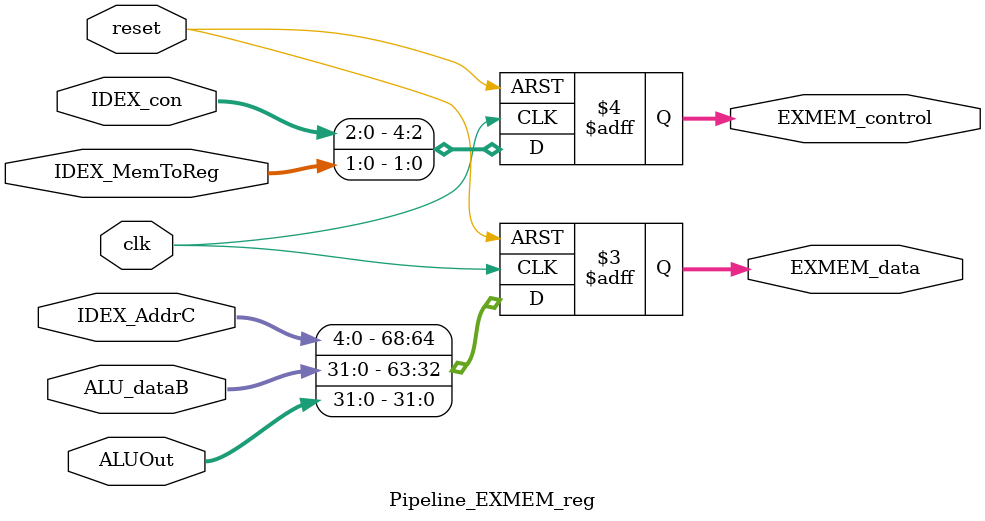
<source format=v>
module Pipeline_EXMEM_reg(clk,reset,IDEX_AddrC,IDEX_MemToReg,IDEX_con,ALU_dataB,ALUOut,EXMEM_data,EXMEM_control);
input clk,reset;
input[4:0] IDEX_AddrC;//IDEX_data[4:0]
input[1:0] IDEX_MemToReg;//IDEX_control[7:6]
input[2:0] IDEX_con;//IDEX_control[13:11]
input[31:0] ALU_dataB,ALUOut;
output reg[68:0] EXMEM_data;
output reg [4:0]EXMEM_control;

always @(posedge clk or negedge reset)
begin
 if(!reset) begin
  EXMEM_data<=69'b0;
  EXMEM_control<=5'b0;
 end
 else begin
  EXMEM_data<={IDEX_AddrC,ALU_dataB,ALUOut};
  EXMEM_control<={IDEX_con,IDEX_MemToReg};
 end
end

endmodule

</source>
